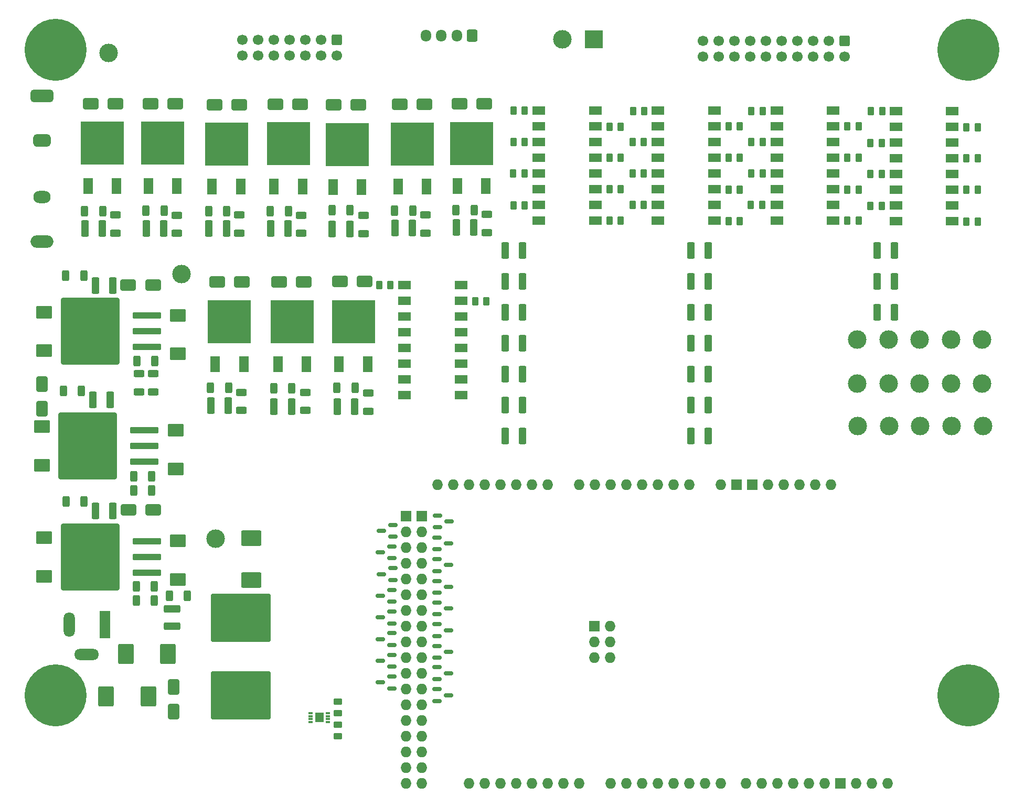
<source format=gbr>
%TF.GenerationSoftware,KiCad,Pcbnew,8.0.6*%
%TF.CreationDate,2025-01-04T02:04:51-08:00*%
%TF.ProjectId,MEP-MAXI-85V-1-REV-2-Interface-Board,4d45502d-4d41-4584-992d-3835562d312d,X1*%
%TF.SameCoordinates,Original*%
%TF.FileFunction,Soldermask,Top*%
%TF.FilePolarity,Negative*%
%FSLAX46Y46*%
G04 Gerber Fmt 4.6, Leading zero omitted, Abs format (unit mm)*
G04 Created by KiCad (PCBNEW 8.0.6) date 2025-01-04 02:04:51*
%MOMM*%
%LPD*%
G01*
G04 APERTURE LIST*
G04 Aperture macros list*
%AMRoundRect*
0 Rectangle with rounded corners*
0 $1 Rounding radius*
0 $2 $3 $4 $5 $6 $7 $8 $9 X,Y pos of 4 corners*
0 Add a 4 corners polygon primitive as box body*
4,1,4,$2,$3,$4,$5,$6,$7,$8,$9,$2,$3,0*
0 Add four circle primitives for the rounded corners*
1,1,$1+$1,$2,$3*
1,1,$1+$1,$4,$5*
1,1,$1+$1,$6,$7*
1,1,$1+$1,$8,$9*
0 Add four rect primitives between the rounded corners*
20,1,$1+$1,$2,$3,$4,$5,0*
20,1,$1+$1,$4,$5,$6,$7,0*
20,1,$1+$1,$6,$7,$8,$9,0*
20,1,$1+$1,$8,$9,$2,$3,0*%
G04 Aperture macros list end*
%ADD10RoundRect,0.250000X-0.375000X-1.075000X0.375000X-1.075000X0.375000X1.075000X-0.375000X1.075000X0*%
%ADD11RoundRect,0.250000X-1.000000X-0.650000X1.000000X-0.650000X1.000000X0.650000X-1.000000X0.650000X0*%
%ADD12RoundRect,0.250000X-0.312500X-0.625000X0.312500X-0.625000X0.312500X0.625000X-0.312500X0.625000X0*%
%ADD13RoundRect,0.250000X-0.262500X-0.450000X0.262500X-0.450000X0.262500X0.450000X-0.262500X0.450000X0*%
%ADD14RoundRect,0.250000X0.600000X0.725000X-0.600000X0.725000X-0.600000X-0.725000X0.600000X-0.725000X0*%
%ADD15O,1.700000X1.950000*%
%ADD16RoundRect,0.250000X-0.625000X0.312500X-0.625000X-0.312500X0.625000X-0.312500X0.625000X0.312500X0*%
%ADD17C,3.000000*%
%ADD18RoundRect,0.250000X0.312500X0.625000X-0.312500X0.625000X-0.312500X-0.625000X0.312500X-0.625000X0*%
%ADD19RoundRect,0.150000X-0.587500X-0.150000X0.587500X-0.150000X0.587500X0.150000X-0.587500X0.150000X0*%
%ADD20R,1.500000X2.500000*%
%ADD21R,7.000000X7.000000*%
%ADD22R,1.800000X4.400000*%
%ADD23O,1.800000X4.000000*%
%ADD24O,4.000000X1.800000*%
%ADD25RoundRect,0.250000X-1.025000X0.787500X-1.025000X-0.787500X1.025000X-0.787500X1.025000X0.787500X0*%
%ADD26RoundRect,0.250000X-1.400000X-1.000000X1.400000X-1.000000X1.400000X1.000000X-1.400000X1.000000X0*%
%ADD27R,2.100000X1.450000*%
%ADD28RoundRect,0.150000X0.587500X0.150000X-0.587500X0.150000X-0.587500X-0.150000X0.587500X-0.150000X0*%
%ADD29RoundRect,0.250000X1.000000X0.650000X-1.000000X0.650000X-1.000000X-0.650000X1.000000X-0.650000X0*%
%ADD30RoundRect,0.250000X2.050000X0.300000X-2.050000X0.300000X-2.050000X-0.300000X2.050000X-0.300000X0*%
%ADD31RoundRect,0.250002X4.449998X5.149998X-4.449998X5.149998X-4.449998X-5.149998X4.449998X-5.149998X0*%
%ADD32C,0.900000*%
%ADD33C,10.000000*%
%ADD34RoundRect,0.250000X-1.075000X0.375000X-1.075000X-0.375000X1.075000X-0.375000X1.075000X0.375000X0*%
%ADD35O,1.727200X1.727200*%
%ADD36R,1.727200X1.727200*%
%ADD37RoundRect,0.249998X-4.550002X3.650002X-4.550002X-3.650002X4.550002X-3.650002X4.550002X3.650002X0*%
%ADD38RoundRect,0.250000X-0.600000X0.600000X-0.600000X-0.600000X0.600000X-0.600000X0.600000X0.600000X0*%
%ADD39C,1.700000*%
%ADD40RoundRect,0.250000X-0.650000X1.000000X-0.650000X-1.000000X0.650000X-1.000000X0.650000X1.000000X0*%
%ADD41RoundRect,0.250000X-0.450000X0.262500X-0.450000X-0.262500X0.450000X-0.262500X0.450000X0.262500X0*%
%ADD42R,0.700000X0.300000*%
%ADD43R,1.400000X1.600000*%
%ADD44RoundRect,0.500000X-1.350000X0.500000X-1.350000X-0.500000X1.350000X-0.500000X1.350000X0.500000X0*%
%ADD45RoundRect,0.500000X-0.900000X0.500000X-0.900000X-0.500000X0.900000X-0.500000X0.900000X0.500000X0*%
%ADD46O,2.800000X2.000000*%
%ADD47O,3.700000X2.000000*%
%ADD48RoundRect,0.250000X0.625000X-0.312500X0.625000X0.312500X-0.625000X0.312500X-0.625000X-0.312500X0*%
%ADD49RoundRect,0.250000X-1.000000X1.400000X-1.000000X-1.400000X1.000000X-1.400000X1.000000X1.400000X0*%
%ADD50R,3.000000X3.000000*%
G04 APERTURE END LIST*
D10*
%TO.C,D308*%
X74844000Y-112480000D03*
X77644000Y-112480000D03*
%TD*%
D11*
%TO.C,D520*%
X114269000Y-75420000D03*
X118269000Y-75420000D03*
%TD*%
D12*
%TO.C,R309*%
X70081500Y-110940000D03*
X73006500Y-110940000D03*
%TD*%
D10*
%TO.C,D521*%
X113069000Y-66880000D03*
X115869000Y-66880000D03*
%TD*%
D11*
%TO.C,D516*%
X104469000Y-75480000D03*
X108469000Y-75480000D03*
%TD*%
D13*
%TO.C,R732*%
X180706500Y-52830000D03*
X182531500Y-52830000D03*
%TD*%
D11*
%TO.C,D522*%
X113269000Y-46880000D03*
X117269000Y-46880000D03*
%TD*%
D13*
%TO.C,R704*%
X142281500Y-52880000D03*
X144106500Y-52880000D03*
%TD*%
D14*
%TO.C,J408*%
X135669000Y-35680000D03*
D15*
X133169000Y-35680000D03*
X130669000Y-35680000D03*
X128169000Y-35680000D03*
%TD*%
D16*
%TO.C,R514*%
X137969000Y-64555000D03*
X137969000Y-67480000D03*
%TD*%
D17*
%TO.C,TP708*%
X207869000Y-91880000D03*
%TD*%
D18*
%TO.C,R311*%
X89681500Y-126180000D03*
X86756500Y-126180000D03*
%TD*%
D10*
%TO.C,D505*%
X93169000Y-66830000D03*
X95969000Y-66830000D03*
%TD*%
D13*
%TO.C,R742*%
X196206500Y-55430000D03*
X198031500Y-55430000D03*
%TD*%
D10*
%TO.C,D501*%
X73144000Y-66862500D03*
X75944000Y-66862500D03*
%TD*%
D19*
%TO.C,Q801*%
X130031500Y-113230000D03*
X130031500Y-115130000D03*
X131906500Y-114180000D03*
%TD*%
D20*
%TO.C,Q501*%
X73644000Y-59960000D03*
D21*
X75944000Y-53060000D03*
D20*
X78244000Y-59960000D03*
%TD*%
D22*
%TO.C,J301*%
X76369000Y-130880000D03*
D23*
X70569000Y-130880000D03*
D24*
X73369000Y-135680000D03*
%TD*%
D12*
%TO.C,R301*%
X81006500Y-106855000D03*
X83931500Y-106855000D03*
%TD*%
D17*
%TO.C,TP713*%
X217969000Y-84780000D03*
%TD*%
D20*
%TO.C,Q506*%
X133269000Y-59980000D03*
D21*
X135569000Y-53080000D03*
D20*
X137869000Y-59980000D03*
%TD*%
D11*
%TO.C,D512*%
X133569000Y-46680000D03*
X137569000Y-46680000D03*
%TD*%
D13*
%TO.C,R733*%
X180706500Y-57930000D03*
X182531500Y-57930000D03*
%TD*%
D18*
%TO.C,R518*%
X115931500Y-63880000D03*
X113006500Y-63880000D03*
%TD*%
%TO.C,R512*%
X106531500Y-92680000D03*
X103606500Y-92680000D03*
%TD*%
D17*
%TO.C,TP714*%
X217969000Y-91880000D03*
%TD*%
D20*
%TO.C,Q507*%
X94169000Y-88780000D03*
D21*
X96469000Y-81880000D03*
D20*
X98769000Y-88780000D03*
%TD*%
D17*
%TO.C,TP707*%
X207869000Y-84780000D03*
%TD*%
D10*
%TO.C,D503*%
X83044000Y-66840000D03*
X85844000Y-66840000D03*
%TD*%
D25*
%TO.C,C304*%
X66169000Y-98842500D03*
X66169000Y-105067500D03*
%TD*%
D26*
%TO.C,D303*%
X99969000Y-116880000D03*
X99969000Y-123680000D03*
%TD*%
D27*
%TO.C,IC701*%
X146419000Y-47790000D03*
X146419000Y-50330000D03*
X146419000Y-52870000D03*
X146419000Y-55410000D03*
X146419000Y-57950000D03*
X146419000Y-60490000D03*
X146419000Y-63030000D03*
X146419000Y-65570000D03*
X155519000Y-65570000D03*
X155519000Y-63030000D03*
X155519000Y-60490000D03*
X155519000Y-57950000D03*
X155519000Y-55410000D03*
X155519000Y-52870000D03*
X155519000Y-50330000D03*
X155519000Y-47790000D03*
%TD*%
D20*
%TO.C,Q504*%
X103669000Y-60042500D03*
D21*
X105969000Y-53142500D03*
D20*
X108269000Y-60042500D03*
%TD*%
D10*
%TO.C,D704*%
X140969000Y-85380000D03*
X143769000Y-85380000D03*
%TD*%
D13*
%TO.C,R705*%
X142269000Y-57980000D03*
X144094000Y-57980000D03*
%TD*%
%TO.C,R729*%
X199906500Y-57990000D03*
X201731500Y-57990000D03*
%TD*%
%TO.C,R743*%
X196206500Y-60530000D03*
X198031500Y-60530000D03*
%TD*%
D10*
%TO.C,D511*%
X133069000Y-66680000D03*
X135869000Y-66680000D03*
%TD*%
%TO.C,D703*%
X140969000Y-80380000D03*
X143769000Y-80380000D03*
%TD*%
D28*
%TO.C,Q712*%
X122844000Y-123630000D03*
X122844000Y-121730000D03*
X120969000Y-122680000D03*
%TD*%
D10*
%TO.C,D705*%
X140969000Y-90380000D03*
X143769000Y-90380000D03*
%TD*%
D11*
%TO.C,D508*%
X103869000Y-46742500D03*
X107869000Y-46742500D03*
%TD*%
D17*
%TO.C,TP710*%
X212919000Y-84780000D03*
%TD*%
D16*
%TO.C,R306*%
X84169000Y-90317500D03*
X84169000Y-93242500D03*
%TD*%
D20*
%TO.C,Q505*%
X123669000Y-60090000D03*
D21*
X125969000Y-53190000D03*
D20*
X128269000Y-60090000D03*
%TD*%
D25*
%TO.C,C305*%
X88119000Y-80845000D03*
X88119000Y-87070000D03*
%TD*%
D10*
%TO.C,D309*%
X74819000Y-76057500D03*
X77619000Y-76057500D03*
%TD*%
D29*
%TO.C,D305*%
X84144000Y-112340000D03*
X80144000Y-112340000D03*
%TD*%
D10*
%TO.C,D709*%
X170969000Y-75380000D03*
X173769000Y-75380000D03*
%TD*%
D30*
%TO.C,U302*%
X83144000Y-122420000D03*
X83144000Y-119880000D03*
D31*
X73994000Y-119880000D03*
D30*
X83144000Y-117340000D03*
%TD*%
D20*
%TO.C,Q509*%
X114169000Y-88780000D03*
D21*
X116469000Y-81880000D03*
D20*
X118769000Y-88780000D03*
%TD*%
D27*
%TO.C,IC702*%
X165619000Y-47790000D03*
X165619000Y-50330000D03*
X165619000Y-52870000D03*
X165619000Y-55410000D03*
X165619000Y-57950000D03*
X165619000Y-60490000D03*
X165619000Y-63030000D03*
X165619000Y-65570000D03*
X174719000Y-65570000D03*
X174719000Y-63030000D03*
X174719000Y-60490000D03*
X174719000Y-57950000D03*
X174719000Y-55410000D03*
X174719000Y-52870000D03*
X174719000Y-50330000D03*
X174719000Y-47790000D03*
%TD*%
D16*
%TO.C,R515*%
X98369000Y-93317500D03*
X98369000Y-96242500D03*
%TD*%
D32*
%TO.C,H103*%
X212019000Y-142280000D03*
X213117350Y-139628350D03*
X213117350Y-144931650D03*
X215769000Y-138530000D03*
D33*
X215769000Y-142280000D03*
D32*
X215769000Y-146030000D03*
X218420650Y-139628350D03*
X218420650Y-144931650D03*
X219519000Y-142280000D03*
%TD*%
D13*
%TO.C,R710*%
X161506500Y-63030000D03*
X163331500Y-63030000D03*
%TD*%
D10*
%TO.C,D515*%
X103669000Y-95580000D03*
X106469000Y-95580000D03*
%TD*%
D11*
%TO.C,D506*%
X94069000Y-46830000D03*
X98069000Y-46830000D03*
%TD*%
D34*
%TO.C,D310*%
X87219000Y-128280000D03*
X87219000Y-131080000D03*
%TD*%
D13*
%TO.C,R801*%
X120606500Y-75990000D03*
X122431500Y-75990000D03*
%TD*%
D27*
%TO.C,IC801*%
X124719000Y-75990000D03*
X124719000Y-78530000D03*
X124719000Y-81070000D03*
X124719000Y-83610000D03*
X124719000Y-86150000D03*
X124719000Y-88690000D03*
X124719000Y-91230000D03*
X124719000Y-93770000D03*
X133819000Y-93770000D03*
X133819000Y-91230000D03*
X133819000Y-88690000D03*
X133819000Y-86150000D03*
X133819000Y-83610000D03*
X133819000Y-81070000D03*
X133819000Y-78530000D03*
X133819000Y-75990000D03*
%TD*%
D13*
%TO.C,R728*%
X199906500Y-52990000D03*
X201731500Y-52990000D03*
%TD*%
D17*
%TO.C,TP716*%
X94219000Y-116930000D03*
%TD*%
D25*
%TO.C,C302*%
X87769000Y-99442500D03*
X87769000Y-105667500D03*
%TD*%
D13*
%TO.C,R719*%
X177006500Y-60530000D03*
X178831500Y-60530000D03*
%TD*%
D35*
%TO.C,A401*%
X193556000Y-108240000D03*
X185936000Y-108240000D03*
X183396000Y-108240000D03*
X155329000Y-136180000D03*
X127516000Y-156500000D03*
X124976000Y-156500000D03*
X170696000Y-108240000D03*
X168156000Y-108240000D03*
X165616000Y-108240000D03*
X163076000Y-108240000D03*
X160536000Y-108240000D03*
X157996000Y-108240000D03*
X155456000Y-108240000D03*
X152916000Y-108240000D03*
X147836000Y-108240000D03*
X145296000Y-108240000D03*
X142756000Y-108240000D03*
X140216000Y-108240000D03*
X197620000Y-156500000D03*
X132596000Y-108240000D03*
X130056000Y-108240000D03*
X157996000Y-156500000D03*
X160536000Y-156500000D03*
X163076000Y-156500000D03*
X165616000Y-156500000D03*
X168156000Y-156500000D03*
X170696000Y-156500000D03*
X173236000Y-156500000D03*
X175776000Y-156500000D03*
X179840000Y-156500000D03*
X182380000Y-156500000D03*
X184920000Y-156500000D03*
X187460000Y-156500000D03*
X190000000Y-156500000D03*
X192540000Y-156500000D03*
X152916000Y-156500000D03*
X150376000Y-156500000D03*
X147836000Y-156500000D03*
X145296000Y-156500000D03*
X142756000Y-156500000D03*
X140216000Y-156500000D03*
X137676000Y-156500000D03*
X135136000Y-156500000D03*
X127516000Y-153960000D03*
X124976000Y-153960000D03*
X127516000Y-151420000D03*
X124976000Y-151420000D03*
X127516000Y-148880000D03*
X124976000Y-148880000D03*
X127516000Y-146340000D03*
X124976000Y-146340000D03*
X127516000Y-143800000D03*
X124976000Y-143800000D03*
X127516000Y-141260000D03*
X124976000Y-141260000D03*
X127516000Y-138720000D03*
X124976000Y-138720000D03*
X127516000Y-136180000D03*
X124976000Y-136180000D03*
X127516000Y-133640000D03*
X124976000Y-133640000D03*
X127516000Y-131100000D03*
X124976000Y-131100000D03*
X127516000Y-128560000D03*
X124976000Y-128560000D03*
X127516000Y-126020000D03*
X124976000Y-126020000D03*
X127516000Y-123480000D03*
X124976000Y-123480000D03*
X127516000Y-120940000D03*
X124976000Y-120940000D03*
X127516000Y-118400000D03*
X124976000Y-118400000D03*
X127516000Y-115860000D03*
X124976000Y-115860000D03*
X137676000Y-108240000D03*
X135136000Y-108240000D03*
D36*
X195080000Y-156500000D03*
X180856000Y-108240000D03*
X178316000Y-108240000D03*
X155329000Y-131100000D03*
X127516000Y-113320000D03*
X124976000Y-113320000D03*
D35*
X191016000Y-108240000D03*
X157869000Y-136180000D03*
X155329000Y-133640000D03*
X188476000Y-108240000D03*
X157869000Y-131100000D03*
X157869000Y-133640000D03*
X202700000Y-156500000D03*
X200160000Y-156500000D03*
X175776000Y-108240000D03*
%TD*%
D10*
%TO.C,D712*%
X170969000Y-90380000D03*
X173769000Y-90380000D03*
%TD*%
D13*
%TO.C,R706*%
X142281500Y-63080000D03*
X144106500Y-63080000D03*
%TD*%
D10*
%TO.C,D507*%
X103131500Y-66842500D03*
X105931500Y-66842500D03*
%TD*%
D16*
%TO.C,R521*%
X118869000Y-93417500D03*
X118869000Y-96342500D03*
%TD*%
D17*
%TO.C,TP706*%
X202919000Y-98780000D03*
%TD*%
D37*
%TO.C,C301*%
X98269000Y-129730000D03*
X98269000Y-142230000D03*
%TD*%
D16*
%TO.C,R516*%
X108669000Y-93317500D03*
X108669000Y-96242500D03*
%TD*%
D28*
%TO.C,Q704*%
X122656500Y-137630000D03*
X122656500Y-135730000D03*
X120781500Y-136680000D03*
%TD*%
D32*
%TO.C,H104*%
X64619000Y-142280000D03*
X65717350Y-139628350D03*
X65717350Y-144931650D03*
X68369000Y-138530000D03*
D33*
X68369000Y-142280000D03*
D32*
X68369000Y-146030000D03*
X71020650Y-139628350D03*
X71020650Y-144931650D03*
X72119000Y-142280000D03*
%TD*%
D19*
%TO.C,Q705*%
X129969000Y-134280000D03*
X129969000Y-136180000D03*
X131844000Y-135230000D03*
%TD*%
D25*
%TO.C,C307*%
X66519000Y-80345000D03*
X66519000Y-86570000D03*
%TD*%
D38*
%TO.C,J601*%
X195750000Y-36500000D03*
D39*
X195750000Y-39040000D03*
X193210000Y-36500000D03*
X193210000Y-39040000D03*
X190670000Y-36500000D03*
X190670000Y-39040000D03*
X188130000Y-36500000D03*
X188130000Y-39040000D03*
X185590000Y-36500000D03*
X185590000Y-39040000D03*
X183050000Y-36500000D03*
X183050000Y-39040000D03*
X180510000Y-36500000D03*
X180510000Y-39040000D03*
X177970000Y-36500000D03*
X177970000Y-39040000D03*
X175430000Y-36500000D03*
X175430000Y-39040000D03*
X172890000Y-36500000D03*
X172890000Y-39040000D03*
%TD*%
D29*
%TO.C,D306*%
X84119000Y-75957500D03*
X80119000Y-75957500D03*
%TD*%
D28*
%TO.C,Q716*%
X122844000Y-116650000D03*
X122844000Y-114750000D03*
X120969000Y-115700000D03*
%TD*%
D16*
%TO.C,R505*%
X78044000Y-64637500D03*
X78044000Y-67562500D03*
%TD*%
D30*
%TO.C,U301*%
X82744000Y-104520000D03*
X82744000Y-101980000D03*
D31*
X73594000Y-101980000D03*
D30*
X82744000Y-99440000D03*
%TD*%
D18*
%TO.C,R503*%
X96031500Y-64030000D03*
X93106500Y-64030000D03*
%TD*%
D16*
%TO.C,R508*%
X108031500Y-64680000D03*
X108031500Y-67605000D03*
%TD*%
D19*
%TO.C,Q707*%
X129969000Y-130780000D03*
X129969000Y-132680000D03*
X131844000Y-131730000D03*
%TD*%
D25*
%TO.C,C303*%
X88144000Y-117327500D03*
X88144000Y-123552500D03*
%TD*%
D13*
%TO.C,R715*%
X157781500Y-60480000D03*
X159606500Y-60480000D03*
%TD*%
D40*
%TO.C,D304*%
X66169000Y-91955000D03*
X66169000Y-95955000D03*
%TD*%
D10*
%TO.C,D519*%
X113869000Y-95580000D03*
X116669000Y-95580000D03*
%TD*%
D13*
%TO.C,R718*%
X177006500Y-55430000D03*
X178831500Y-55430000D03*
%TD*%
D18*
%TO.C,R501*%
X76006500Y-64062500D03*
X73081500Y-64062500D03*
%TD*%
D17*
%TO.C,TP703*%
X197869000Y-98780000D03*
%TD*%
D10*
%TO.C,D701*%
X140969000Y-70380000D03*
X143769000Y-70380000D03*
%TD*%
D13*
%TO.C,R740*%
X215406500Y-65690000D03*
X217231500Y-65690000D03*
%TD*%
D10*
%TO.C,D307*%
X74419000Y-94555000D03*
X77219000Y-94555000D03*
%TD*%
D18*
%TO.C,R502*%
X85906500Y-63940000D03*
X82981500Y-63940000D03*
%TD*%
D13*
%TO.C,R739*%
X215406500Y-60590000D03*
X217231500Y-60590000D03*
%TD*%
%TO.C,R720*%
X177006500Y-65630000D03*
X178831500Y-65630000D03*
%TD*%
D12*
%TO.C,R305*%
X81506500Y-88280000D03*
X84431500Y-88280000D03*
%TD*%
D13*
%TO.C,R731*%
X180706500Y-47830000D03*
X182531500Y-47830000D03*
%TD*%
D11*
%TO.C,D502*%
X74044000Y-46700000D03*
X78044000Y-46700000D03*
%TD*%
D10*
%TO.C,D715*%
X200969000Y-70380000D03*
X203769000Y-70380000D03*
%TD*%
%TO.C,D509*%
X123169000Y-66790000D03*
X125969000Y-66790000D03*
%TD*%
D13*
%TO.C,R714*%
X157781500Y-55380000D03*
X159606500Y-55380000D03*
%TD*%
D17*
%TO.C,TP701*%
X197769000Y-84780000D03*
%TD*%
D13*
%TO.C,R737*%
X215406500Y-50490000D03*
X217231500Y-50490000D03*
%TD*%
D20*
%TO.C,Q502*%
X83406500Y-59940000D03*
D21*
X85706500Y-53040000D03*
D20*
X88006500Y-59940000D03*
%TD*%
D19*
%TO.C,Q715*%
X129969000Y-116780000D03*
X129969000Y-118680000D03*
X131844000Y-117730000D03*
%TD*%
D13*
%TO.C,R703*%
X142281500Y-47780000D03*
X144106500Y-47780000D03*
%TD*%
D17*
%TO.C,TP717*%
X88719000Y-74180000D03*
%TD*%
D41*
%TO.C,R402*%
X113969000Y-147017500D03*
X113969000Y-148842500D03*
%TD*%
D10*
%TO.C,D702*%
X140969000Y-75380000D03*
X143769000Y-75380000D03*
%TD*%
D20*
%TO.C,Q503*%
X93669000Y-60090000D03*
D21*
X95969000Y-53190000D03*
D20*
X98269000Y-60090000D03*
%TD*%
D18*
%TO.C,R510*%
X135931500Y-63880000D03*
X133006500Y-63880000D03*
%TD*%
D10*
%TO.C,D713*%
X170969000Y-95380000D03*
X173769000Y-95380000D03*
%TD*%
D11*
%TO.C,D514*%
X94469000Y-75480000D03*
X98469000Y-75480000D03*
%TD*%
D17*
%TO.C,TP801*%
X76969000Y-38430000D03*
%TD*%
D13*
%TO.C,R708*%
X161506500Y-52830000D03*
X163331500Y-52830000D03*
%TD*%
D10*
%TO.C,D707*%
X140969000Y-100380000D03*
X143769000Y-100380000D03*
%TD*%
D28*
%TO.C,Q714*%
X122719000Y-120130000D03*
X122719000Y-118230000D03*
X120844000Y-119180000D03*
%TD*%
D13*
%TO.C,R734*%
X180606500Y-63030000D03*
X182431500Y-63030000D03*
%TD*%
D25*
%TO.C,C306*%
X66544000Y-116827500D03*
X66544000Y-123052500D03*
%TD*%
D13*
%TO.C,R709*%
X161506500Y-57930000D03*
X163331500Y-57930000D03*
%TD*%
D32*
%TO.C,H101*%
X212019000Y-37980000D03*
X213117350Y-35328350D03*
X213117350Y-40631650D03*
X215769000Y-34230000D03*
D33*
X215769000Y-37980000D03*
D32*
X215769000Y-41730000D03*
X218420650Y-35328350D03*
X218420650Y-40631650D03*
X219519000Y-37980000D03*
%TD*%
D18*
%TO.C,R304*%
X84331500Y-126980000D03*
X81406500Y-126980000D03*
%TD*%
D42*
%TO.C,IC401*%
X109569000Y-145117500D03*
X109569000Y-145617500D03*
X109569000Y-146117500D03*
X109569000Y-146617500D03*
X112369000Y-146617500D03*
X112369000Y-146117500D03*
X112369000Y-145617500D03*
X112369000Y-145117500D03*
D43*
X110969000Y-145867500D03*
%TD*%
D13*
%TO.C,R738*%
X215406500Y-55490000D03*
X217231500Y-55490000D03*
%TD*%
D44*
%TO.C,F501*%
X66169000Y-45370000D03*
D45*
X66169000Y-52640000D03*
D46*
X66169000Y-61720000D03*
D47*
X66169000Y-68990000D03*
%TD*%
D20*
%TO.C,Q508*%
X104269000Y-88780000D03*
D21*
X106569000Y-81880000D03*
D20*
X108869000Y-88780000D03*
%TD*%
D18*
%TO.C,R302*%
X83931500Y-109155000D03*
X81006500Y-109155000D03*
%TD*%
%TO.C,R509*%
X126031500Y-63990000D03*
X123106500Y-63990000D03*
%TD*%
D16*
%TO.C,R513*%
X128069000Y-64627500D03*
X128069000Y-67552500D03*
%TD*%
D19*
%TO.C,Q701*%
X129969000Y-141280000D03*
X129969000Y-143180000D03*
X131844000Y-142230000D03*
%TD*%
D13*
%TO.C,R727*%
X200006500Y-47890000D03*
X201831500Y-47890000D03*
%TD*%
D48*
%TO.C,R307*%
X81869000Y-93242500D03*
X81869000Y-90317500D03*
%TD*%
D18*
%TO.C,R511*%
X96331500Y-92580000D03*
X93406500Y-92580000D03*
%TD*%
D49*
%TO.C,D311*%
X83369000Y-142430000D03*
X76569000Y-142430000D03*
%TD*%
D18*
%TO.C,R504*%
X105994000Y-64042500D03*
X103069000Y-64042500D03*
%TD*%
D13*
%TO.C,R741*%
X196206500Y-50330000D03*
X198031500Y-50330000D03*
%TD*%
D17*
%TO.C,TP715*%
X218069000Y-98780000D03*
%TD*%
D10*
%TO.C,D706*%
X140969000Y-95380000D03*
X143769000Y-95380000D03*
%TD*%
%TO.C,D711*%
X170969000Y-85380000D03*
X173769000Y-85380000D03*
%TD*%
D12*
%TO.C,R310*%
X70056500Y-74417500D03*
X72981500Y-74417500D03*
%TD*%
D49*
%TO.C,D301*%
X86569000Y-135580000D03*
X79769000Y-135580000D03*
%TD*%
D32*
%TO.C,H102*%
X64619000Y-37980000D03*
X65717350Y-35328350D03*
X65717350Y-40631650D03*
X68369000Y-34230000D03*
D33*
X68369000Y-37980000D03*
D32*
X68369000Y-41730000D03*
X71020650Y-35328350D03*
X71020650Y-40631650D03*
X72119000Y-37980000D03*
%TD*%
D13*
%TO.C,R805*%
X136106500Y-78590000D03*
X137931500Y-78590000D03*
%TD*%
D41*
%TO.C,R401*%
X113969000Y-143317500D03*
X113969000Y-145142500D03*
%TD*%
D27*
%TO.C,IC704*%
X184819000Y-47790000D03*
X184819000Y-50330000D03*
X184819000Y-52870000D03*
X184819000Y-55410000D03*
X184819000Y-57950000D03*
X184819000Y-60490000D03*
X184819000Y-63030000D03*
X184819000Y-65570000D03*
X193919000Y-65570000D03*
X193919000Y-63030000D03*
X193919000Y-60490000D03*
X193919000Y-57950000D03*
X193919000Y-55410000D03*
X193919000Y-52870000D03*
X193919000Y-50330000D03*
X193919000Y-47790000D03*
%TD*%
D10*
%TO.C,D708*%
X170969000Y-70380000D03*
X173769000Y-70380000D03*
%TD*%
D19*
%TO.C,Q713*%
X129969000Y-120280000D03*
X129969000Y-122180000D03*
X131844000Y-121230000D03*
%TD*%
D28*
%TO.C,Q706*%
X122656500Y-134130000D03*
X122656500Y-132230000D03*
X120781500Y-133180000D03*
%TD*%
D17*
%TO.C,TP704*%
X202819000Y-84780000D03*
%TD*%
%TO.C,TP709*%
X207969000Y-98780000D03*
%TD*%
D12*
%TO.C,R308*%
X69656500Y-93055000D03*
X72581500Y-93055000D03*
%TD*%
D18*
%TO.C,R517*%
X116731500Y-92580000D03*
X113806500Y-92580000D03*
%TD*%
D20*
%TO.C,Q510*%
X113169000Y-60180000D03*
D21*
X115469000Y-53280000D03*
D20*
X117769000Y-60180000D03*
%TD*%
D10*
%TO.C,D801*%
X200969000Y-80380000D03*
X203769000Y-80380000D03*
%TD*%
D19*
%TO.C,Q703*%
X129969000Y-137730000D03*
X129969000Y-139630000D03*
X131844000Y-138680000D03*
%TD*%
%TO.C,Q711*%
X129969000Y-123780000D03*
X129969000Y-125680000D03*
X131844000Y-124730000D03*
%TD*%
D17*
%TO.C,TP702*%
X197769000Y-91880000D03*
%TD*%
D10*
%TO.C,D716*%
X200969000Y-75380000D03*
X203769000Y-75380000D03*
%TD*%
D50*
%TO.C,J501*%
X155290000Y-36250000D03*
D17*
X150210000Y-36250000D03*
%TD*%
D10*
%TO.C,D513*%
X93469000Y-95480000D03*
X96269000Y-95480000D03*
%TD*%
D28*
%TO.C,Q702*%
X122656500Y-141130000D03*
X122656500Y-139230000D03*
X120781500Y-140180000D03*
%TD*%
D27*
%TO.C,IC703*%
X204019000Y-47890000D03*
X204019000Y-50430000D03*
X204019000Y-52970000D03*
X204019000Y-55510000D03*
X204019000Y-58050000D03*
X204019000Y-60590000D03*
X204019000Y-63130000D03*
X204019000Y-65670000D03*
X213119000Y-65670000D03*
X213119000Y-63130000D03*
X213119000Y-60590000D03*
X213119000Y-58050000D03*
X213119000Y-55510000D03*
X213119000Y-52970000D03*
X213119000Y-50430000D03*
X213119000Y-47890000D03*
%TD*%
D16*
%TO.C,R522*%
X118069000Y-64717500D03*
X118069000Y-67642500D03*
%TD*%
D11*
%TO.C,D510*%
X123969000Y-46790000D03*
X127969000Y-46790000D03*
%TD*%
D28*
%TO.C,Q710*%
X122656500Y-127130000D03*
X122656500Y-125230000D03*
X120781500Y-126180000D03*
%TD*%
D30*
%TO.C,U303*%
X83119000Y-85957500D03*
X83119000Y-83417500D03*
D31*
X73969000Y-83417500D03*
D30*
X83119000Y-80877500D03*
%TD*%
D40*
%TO.C,D302*%
X87469000Y-140880000D03*
X87469000Y-144880000D03*
%TD*%
D13*
%TO.C,R744*%
X196206500Y-65530000D03*
X198031500Y-65530000D03*
%TD*%
%TO.C,R713*%
X157781500Y-50380000D03*
X159606500Y-50380000D03*
%TD*%
D16*
%TO.C,R506*%
X87944000Y-64677500D03*
X87944000Y-67602500D03*
%TD*%
D17*
%TO.C,TP712*%
X213019000Y-98780000D03*
%TD*%
D13*
%TO.C,R707*%
X161606500Y-47830000D03*
X163431500Y-47830000D03*
%TD*%
%TO.C,R730*%
X199906500Y-63190000D03*
X201731500Y-63190000D03*
%TD*%
D10*
%TO.C,D714*%
X170969000Y-100380000D03*
X173769000Y-100380000D03*
%TD*%
D19*
%TO.C,Q709*%
X129969000Y-127280000D03*
X129969000Y-129180000D03*
X131844000Y-128230000D03*
%TD*%
D13*
%TO.C,R717*%
X177006500Y-50330000D03*
X178831500Y-50330000D03*
%TD*%
D17*
%TO.C,TP705*%
X202819000Y-91880000D03*
%TD*%
D38*
%TO.C,J201*%
X113769000Y-36380000D03*
D39*
X113769000Y-38920000D03*
X111229000Y-36380000D03*
X111229000Y-38920000D03*
X108689000Y-36380000D03*
X108689000Y-38920000D03*
X106149000Y-36380000D03*
X106149000Y-38920000D03*
X103609000Y-36380000D03*
X103609000Y-38920000D03*
X101069000Y-36380000D03*
X101069000Y-38920000D03*
X98529000Y-36380000D03*
X98529000Y-38920000D03*
%TD*%
D13*
%TO.C,R716*%
X157781500Y-65580000D03*
X159606500Y-65580000D03*
%TD*%
D12*
%TO.C,R303*%
X81406500Y-124680000D03*
X84331500Y-124680000D03*
%TD*%
D28*
%TO.C,Q708*%
X122656500Y-130630000D03*
X122656500Y-128730000D03*
X120781500Y-129680000D03*
%TD*%
D16*
%TO.C,R507*%
X98069000Y-64667500D03*
X98069000Y-67592500D03*
%TD*%
D11*
%TO.C,D504*%
X83706500Y-46640000D03*
X87706500Y-46640000D03*
%TD*%
D17*
%TO.C,TP711*%
X212919000Y-91880000D03*
%TD*%
D10*
%TO.C,D710*%
X170969000Y-80380000D03*
X173769000Y-80380000D03*
%TD*%
M02*

</source>
